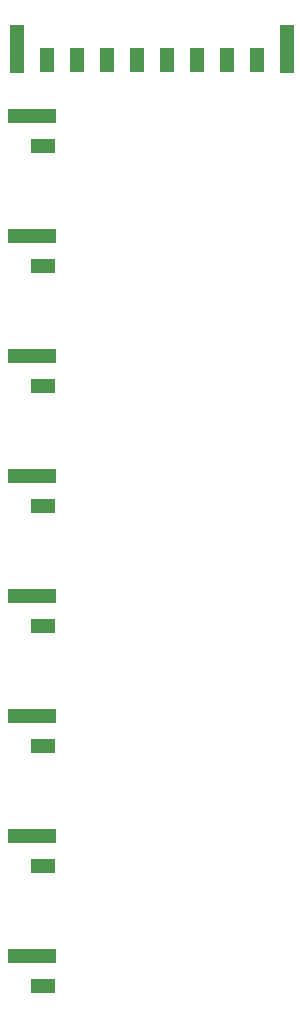
<source format=gbr>
G04 DesignSpark PCB Gerber Version 10.0 Build 5299*
%FSLAX35Y35*%
%MOIN*%
%ADD135R,0.04537X0.08474*%
%ADD136R,0.04537X0.16348*%
%ADD137R,0.08474X0.04537*%
%ADD124R,0.16348X0.04537*%
X0Y0D02*
D02*
D124*
X27473Y30547D03*
Y70547D03*
Y110547D03*
Y150547D03*
Y190547D03*
Y230547D03*
Y270547D03*
Y310547D03*
D02*
D135*
X32421Y329246D03*
X42421D03*
X52421D03*
X62421D03*
X72421D03*
X82421D03*
X92421D03*
X102421D03*
D02*
D136*
X22421Y332995D03*
X112421D03*
D02*
D137*
X31215Y20547D03*
Y60547D03*
Y100547D03*
Y140547D03*
Y180547D03*
Y220547D03*
Y260547D03*
Y300547D03*
X0Y0D02*
M02*

</source>
